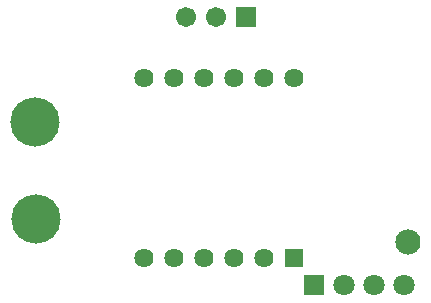
<source format=gbs>
G04 Layer: BottomSolderMaskLayer*
G04 EasyEDA Pro v1.9.29.eba1c1, 2023-03-25 18:59:35*
G04 Gerber Generator version 0.3*
G04 Scale: 100 percent, Rotated: No, Reflected: No*
G04 Dimensions in millimeters*
G04 Leading zeros omitted, absolute positions, 3 integers and 3 decimals*
%FSLAX33Y33*%
%MOMM*%
%ADD10C,4.1656*%
%ADD11C,2.1336*%
%ADD12C,1.6256*%
%ADD13R,1.6256X1.6256*%
%ADD14R,1.701597X1.701597*%
%ADD15C,1.701597*%
%ADD16R,1.801597X1.801597*%
%ADD17C,1.801597*%
G75*


G04 Pad Start*
G54D10*
G01X-14859Y3810D03*
G54D11*
G01X16764Y-6350D03*
G54D10*
G01X-14732Y-4445D03*
G54D12*
G01X7112Y7493D03*
G01X4572Y7493D03*
G01X2032Y7493D03*
G01X-508Y7493D03*
G01X-3048Y7493D03*
G01X-5588Y7493D03*
G01X-5588Y-7747D03*
G01X-3048Y-7747D03*
G01X-508Y-7747D03*
G01X2032Y-7747D03*
G01X4572Y-7747D03*
G54D13*
G01X7112Y-7747D03*
G54D14*
G01X3048Y12700D03*
G54D15*
G01X508Y12700D03*
G01X-2032Y12700D03*
G54D16*
G01X8763Y-10033D03*
G54D17*
G01X11303Y-10033D03*
G01X13843Y-10033D03*
G01X16383Y-10033D03*
G04 Pad End*

M02*

</source>
